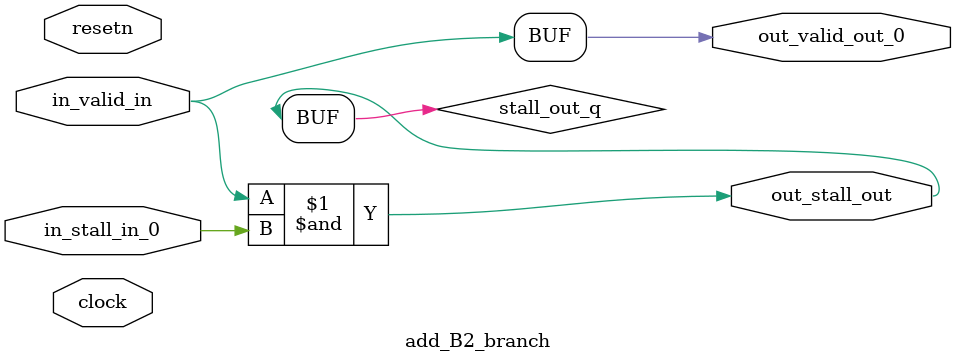
<source format=sv>



(* altera_attribute = "-name AUTO_SHIFT_REGISTER_RECOGNITION OFF; -name MESSAGE_DISABLE 10036; -name MESSAGE_DISABLE 10037; -name MESSAGE_DISABLE 14130; -name MESSAGE_DISABLE 14320; -name MESSAGE_DISABLE 15400; -name MESSAGE_DISABLE 14130; -name MESSAGE_DISABLE 10036; -name MESSAGE_DISABLE 12020; -name MESSAGE_DISABLE 12030; -name MESSAGE_DISABLE 12010; -name MESSAGE_DISABLE 12110; -name MESSAGE_DISABLE 14320; -name MESSAGE_DISABLE 13410; -name MESSAGE_DISABLE 113007; -name MESSAGE_DISABLE 10958" *)
module add_B2_branch (
    input wire [0:0] in_stall_in_0,
    input wire [0:0] in_valid_in,
    output wire [0:0] out_stall_out,
    output wire [0:0] out_valid_out_0,
    input wire clock,
    input wire resetn
    );

    wire [0:0] stall_out_q;


    // stall_out(LOGICAL,6)
    assign stall_out_q = in_valid_in & in_stall_in_0;

    // out_stall_out(GPOUT,4)
    assign out_stall_out = stall_out_q;

    // out_valid_out_0(GPOUT,5)
    assign out_valid_out_0 = in_valid_in;

endmodule

</source>
